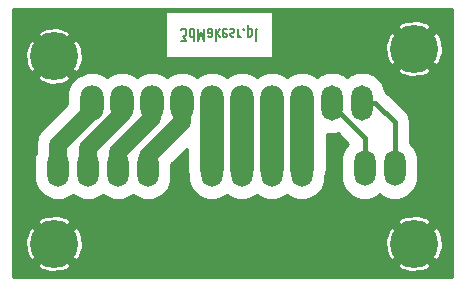
<source format=gbl>
G04 (created by PCBNEW-RS274X (2011-07-08 BZR 3044)-stable) date 2012-09-13 22:14:24*
G01*
G70*
G90*
%MOIN*%
G04 Gerber Fmt 3.4, Leading zero omitted, Abs format*
%FSLAX34Y34*%
G04 APERTURE LIST*
%ADD10C,0.006000*%
%ADD11C,0.007400*%
%ADD12C,0.160000*%
%ADD13O,0.078700X0.118100*%
%ADD14O,0.070900X0.118100*%
%ADD15O,0.070900X0.118700*%
%ADD16C,0.059100*%
%ADD17C,0.078700*%
%ADD18C,0.015700*%
%ADD19C,0.010000*%
G04 APERTURE END LIST*
G54D10*
G54D11*
X41228Y-29985D02*
X41411Y-29985D01*
X41312Y-29834D01*
X41355Y-29834D01*
X41383Y-29816D01*
X41397Y-29797D01*
X41411Y-29759D01*
X41411Y-29666D01*
X41397Y-29628D01*
X41383Y-29609D01*
X41355Y-29591D01*
X41270Y-29591D01*
X41242Y-29609D01*
X41228Y-29628D01*
X41664Y-29591D02*
X41664Y-29985D01*
X41664Y-29609D02*
X41636Y-29591D01*
X41579Y-29591D01*
X41551Y-29609D01*
X41537Y-29628D01*
X41523Y-29666D01*
X41523Y-29778D01*
X41537Y-29816D01*
X41551Y-29834D01*
X41579Y-29853D01*
X41636Y-29853D01*
X41664Y-29834D01*
X41804Y-29591D02*
X41804Y-29985D01*
X41903Y-29703D01*
X42001Y-29985D01*
X42001Y-29591D01*
X42268Y-29591D02*
X42268Y-29797D01*
X42254Y-29834D01*
X42226Y-29853D01*
X42169Y-29853D01*
X42141Y-29834D01*
X42268Y-29609D02*
X42240Y-29591D01*
X42169Y-29591D01*
X42141Y-29609D01*
X42127Y-29647D01*
X42127Y-29684D01*
X42141Y-29722D01*
X42169Y-29741D01*
X42240Y-29741D01*
X42268Y-29759D01*
X42408Y-29591D02*
X42408Y-29985D01*
X42436Y-29741D02*
X42521Y-29591D01*
X42521Y-29853D02*
X42408Y-29703D01*
X42760Y-29609D02*
X42732Y-29591D01*
X42675Y-29591D01*
X42647Y-29609D01*
X42633Y-29647D01*
X42633Y-29797D01*
X42647Y-29834D01*
X42675Y-29853D01*
X42732Y-29853D01*
X42760Y-29834D01*
X42774Y-29797D01*
X42774Y-29759D01*
X42633Y-29722D01*
X42886Y-29609D02*
X42914Y-29591D01*
X42970Y-29591D01*
X42999Y-29609D01*
X43013Y-29647D01*
X43013Y-29666D01*
X42999Y-29703D01*
X42970Y-29722D01*
X42928Y-29722D01*
X42900Y-29741D01*
X42886Y-29778D01*
X42886Y-29797D01*
X42900Y-29834D01*
X42928Y-29853D01*
X42970Y-29853D01*
X42999Y-29834D01*
X43139Y-29591D02*
X43139Y-29853D01*
X43139Y-29778D02*
X43153Y-29816D01*
X43167Y-29834D01*
X43195Y-29853D01*
X43224Y-29853D01*
X43322Y-29628D02*
X43336Y-29609D01*
X43322Y-29591D01*
X43308Y-29609D01*
X43322Y-29628D01*
X43322Y-29591D01*
X43462Y-29853D02*
X43462Y-29459D01*
X43462Y-29834D02*
X43490Y-29853D01*
X43547Y-29853D01*
X43575Y-29834D01*
X43589Y-29816D01*
X43603Y-29778D01*
X43603Y-29666D01*
X43589Y-29628D01*
X43575Y-29609D01*
X43547Y-29591D01*
X43490Y-29591D01*
X43462Y-29609D01*
X43771Y-29591D02*
X43743Y-29609D01*
X43729Y-29647D01*
X43729Y-29985D01*
G54D12*
X49000Y-36750D03*
X37000Y-30500D03*
X37000Y-36750D03*
X49000Y-30250D03*
G54D13*
X38264Y-32064D03*
X39264Y-32064D03*
X40264Y-32064D03*
X41264Y-32064D03*
X42264Y-32064D03*
X43264Y-32064D03*
X44264Y-32064D03*
X45264Y-32064D03*
G54D14*
X46264Y-32064D03*
X47264Y-32064D03*
G54D15*
X37132Y-34260D03*
X38132Y-34260D03*
X39132Y-34260D03*
X40132Y-34260D03*
X42262Y-34260D03*
X43262Y-34260D03*
X44262Y-34260D03*
X45262Y-34260D03*
X47354Y-34249D03*
X48354Y-34249D03*
G54D16*
X37132Y-33450D02*
X37132Y-34260D01*
X38264Y-32318D02*
X37132Y-33450D01*
X38264Y-32064D02*
X38264Y-32318D01*
X38132Y-33560D02*
X38132Y-34260D01*
X39264Y-32428D02*
X38132Y-33560D01*
X39264Y-32064D02*
X39264Y-32428D01*
X40264Y-32064D02*
X40264Y-32568D01*
X39132Y-33700D02*
X39132Y-34260D01*
X40264Y-32568D02*
X39132Y-33700D01*
X40132Y-33840D02*
X40132Y-34260D01*
X41264Y-32708D02*
X40132Y-33840D01*
X41264Y-32064D02*
X41264Y-32708D01*
G54D17*
X42264Y-34258D02*
X42262Y-34260D01*
X42264Y-32064D02*
X42264Y-34258D01*
X43264Y-34258D02*
X43262Y-34260D01*
X43264Y-32064D02*
X43264Y-34258D01*
X44264Y-34258D02*
X44262Y-34260D01*
X44264Y-32064D02*
X44264Y-34258D01*
X45262Y-34260D02*
X45262Y-32066D01*
X45262Y-32066D02*
X45264Y-32064D01*
G54D18*
X46264Y-32064D02*
X46264Y-32144D01*
X47354Y-33234D02*
X47354Y-34249D01*
X46264Y-32144D02*
X47354Y-33234D01*
X47264Y-32064D02*
X47704Y-32064D01*
X48354Y-32714D02*
X48354Y-34249D01*
X47704Y-32064D02*
X48354Y-32714D01*
G54D10*
G36*
X50268Y-37857D02*
X49960Y-37857D01*
X49960Y-36870D01*
X49960Y-30370D01*
X49933Y-29994D01*
X49841Y-29771D01*
X49725Y-29676D01*
X49574Y-29827D01*
X49574Y-29525D01*
X49479Y-29409D01*
X49120Y-29290D01*
X48744Y-29317D01*
X48521Y-29409D01*
X48426Y-29525D01*
X49000Y-30099D01*
X49574Y-29525D01*
X49574Y-29827D01*
X49151Y-30250D01*
X49725Y-30824D01*
X49841Y-30729D01*
X49960Y-30370D01*
X49960Y-36870D01*
X49933Y-36494D01*
X49841Y-36271D01*
X49725Y-36176D01*
X49574Y-36327D01*
X49574Y-36025D01*
X49574Y-30975D01*
X49000Y-30401D01*
X48849Y-30552D01*
X48849Y-30250D01*
X48275Y-29676D01*
X48159Y-29771D01*
X48040Y-30130D01*
X48067Y-30506D01*
X48159Y-30729D01*
X48275Y-30824D01*
X48849Y-30250D01*
X48849Y-30552D01*
X48426Y-30975D01*
X48521Y-31091D01*
X48880Y-31210D01*
X49256Y-31183D01*
X49479Y-31091D01*
X49574Y-30975D01*
X49574Y-36025D01*
X49479Y-35909D01*
X49137Y-35795D01*
X49137Y-34664D01*
X49137Y-34353D01*
X49137Y-33835D01*
X49018Y-33547D01*
X48876Y-33405D01*
X48876Y-32714D01*
X48836Y-32514D01*
X48723Y-32345D01*
X48073Y-31695D01*
X48047Y-31677D01*
X48047Y-31653D01*
X47928Y-31365D01*
X47708Y-31145D01*
X47420Y-31025D01*
X47109Y-31025D01*
X46821Y-31144D01*
X46764Y-31201D01*
X46708Y-31145D01*
X46420Y-31025D01*
X46109Y-31025D01*
X45821Y-31144D01*
X45771Y-31193D01*
X45729Y-31151D01*
X45428Y-31026D01*
X45101Y-31026D01*
X44799Y-31151D01*
X44764Y-31186D01*
X44729Y-31151D01*
X44428Y-31026D01*
X44295Y-31026D01*
X44295Y-30580D01*
X44295Y-28993D01*
X40705Y-28993D01*
X40705Y-30580D01*
X44295Y-30580D01*
X44295Y-31026D01*
X44101Y-31026D01*
X43799Y-31151D01*
X43764Y-31186D01*
X43729Y-31151D01*
X43428Y-31026D01*
X43101Y-31026D01*
X42799Y-31151D01*
X42764Y-31186D01*
X42729Y-31151D01*
X42428Y-31026D01*
X42101Y-31026D01*
X41799Y-31151D01*
X41764Y-31186D01*
X41729Y-31151D01*
X41428Y-31026D01*
X41101Y-31026D01*
X40799Y-31151D01*
X40764Y-31186D01*
X40729Y-31151D01*
X40428Y-31026D01*
X40101Y-31026D01*
X39799Y-31151D01*
X39764Y-31186D01*
X39729Y-31151D01*
X39428Y-31026D01*
X39101Y-31026D01*
X38799Y-31151D01*
X38764Y-31186D01*
X38729Y-31151D01*
X38428Y-31026D01*
X38101Y-31026D01*
X37960Y-31084D01*
X37960Y-30620D01*
X37933Y-30244D01*
X37841Y-30021D01*
X37725Y-29926D01*
X37574Y-30077D01*
X37574Y-29775D01*
X37479Y-29659D01*
X37120Y-29540D01*
X36744Y-29567D01*
X36521Y-29659D01*
X36426Y-29775D01*
X37000Y-30349D01*
X37574Y-29775D01*
X37574Y-30077D01*
X37151Y-30500D01*
X37725Y-31074D01*
X37841Y-30979D01*
X37960Y-30620D01*
X37960Y-31084D01*
X37799Y-31151D01*
X37574Y-31376D01*
X37574Y-31225D01*
X37000Y-30651D01*
X36849Y-30802D01*
X36849Y-30500D01*
X36275Y-29926D01*
X36159Y-30021D01*
X36040Y-30380D01*
X36067Y-30756D01*
X36159Y-30979D01*
X36275Y-31074D01*
X36849Y-30500D01*
X36849Y-30802D01*
X36426Y-31225D01*
X36521Y-31341D01*
X36880Y-31460D01*
X37256Y-31433D01*
X37479Y-31341D01*
X37574Y-31225D01*
X37574Y-31376D01*
X37568Y-31382D01*
X37443Y-31683D01*
X37443Y-32010D01*
X37443Y-32093D01*
X36609Y-32927D01*
X36449Y-33167D01*
X36392Y-33450D01*
X36393Y-33454D01*
X36393Y-33739D01*
X36349Y-33845D01*
X36349Y-34156D01*
X36349Y-34674D01*
X36468Y-34962D01*
X36688Y-35182D01*
X36976Y-35302D01*
X37287Y-35302D01*
X37575Y-35183D01*
X37632Y-35126D01*
X37688Y-35182D01*
X37976Y-35302D01*
X38287Y-35302D01*
X38575Y-35183D01*
X38632Y-35126D01*
X38688Y-35182D01*
X38976Y-35302D01*
X39287Y-35302D01*
X39575Y-35183D01*
X39632Y-35126D01*
X39688Y-35182D01*
X39976Y-35302D01*
X40287Y-35302D01*
X40575Y-35183D01*
X40795Y-34963D01*
X40915Y-34675D01*
X40915Y-34364D01*
X40915Y-34102D01*
X41427Y-33590D01*
X41427Y-34250D01*
X41425Y-34260D01*
X41479Y-34530D01*
X41479Y-34674D01*
X41598Y-34962D01*
X41818Y-35182D01*
X42106Y-35302D01*
X42417Y-35302D01*
X42705Y-35183D01*
X42762Y-35126D01*
X42818Y-35182D01*
X43106Y-35302D01*
X43417Y-35302D01*
X43705Y-35183D01*
X43762Y-35126D01*
X43818Y-35182D01*
X44106Y-35302D01*
X44417Y-35302D01*
X44705Y-35183D01*
X44762Y-35126D01*
X44818Y-35182D01*
X45106Y-35302D01*
X45417Y-35302D01*
X45705Y-35183D01*
X45925Y-34963D01*
X46045Y-34675D01*
X46045Y-34530D01*
X46099Y-34260D01*
X46099Y-33099D01*
X46108Y-33103D01*
X46419Y-33103D01*
X46465Y-33083D01*
X46809Y-33427D01*
X46691Y-33546D01*
X46571Y-33834D01*
X46571Y-34145D01*
X46571Y-34663D01*
X46690Y-34951D01*
X46910Y-35171D01*
X47198Y-35291D01*
X47509Y-35291D01*
X47797Y-35172D01*
X47854Y-35115D01*
X47910Y-35171D01*
X48198Y-35291D01*
X48509Y-35291D01*
X48797Y-35172D01*
X49017Y-34952D01*
X49137Y-34664D01*
X49137Y-35795D01*
X49120Y-35790D01*
X48744Y-35817D01*
X48521Y-35909D01*
X48426Y-36025D01*
X49000Y-36599D01*
X49574Y-36025D01*
X49574Y-36327D01*
X49151Y-36750D01*
X49725Y-37324D01*
X49841Y-37229D01*
X49960Y-36870D01*
X49960Y-37857D01*
X49574Y-37857D01*
X49574Y-37475D01*
X49000Y-36901D01*
X48849Y-37052D01*
X48849Y-36750D01*
X48275Y-36176D01*
X48159Y-36271D01*
X48040Y-36630D01*
X48067Y-37006D01*
X48159Y-37229D01*
X48275Y-37324D01*
X48849Y-36750D01*
X48849Y-37052D01*
X48426Y-37475D01*
X48521Y-37591D01*
X48880Y-37710D01*
X49256Y-37683D01*
X49479Y-37591D01*
X49574Y-37475D01*
X49574Y-37857D01*
X37960Y-37857D01*
X37960Y-36870D01*
X37933Y-36494D01*
X37841Y-36271D01*
X37725Y-36176D01*
X37574Y-36327D01*
X37574Y-36025D01*
X37479Y-35909D01*
X37120Y-35790D01*
X36744Y-35817D01*
X36521Y-35909D01*
X36426Y-36025D01*
X37000Y-36599D01*
X37574Y-36025D01*
X37574Y-36327D01*
X37151Y-36750D01*
X37725Y-37324D01*
X37841Y-37229D01*
X37960Y-36870D01*
X37960Y-37857D01*
X37574Y-37857D01*
X37574Y-37475D01*
X37000Y-36901D01*
X36849Y-37052D01*
X36849Y-36750D01*
X36275Y-36176D01*
X36159Y-36271D01*
X36040Y-36630D01*
X36067Y-37006D01*
X36159Y-37229D01*
X36275Y-37324D01*
X36849Y-36750D01*
X36849Y-37052D01*
X36426Y-37475D01*
X36521Y-37591D01*
X36880Y-37710D01*
X37256Y-37683D01*
X37479Y-37591D01*
X37574Y-37475D01*
X37574Y-37857D01*
X35622Y-37857D01*
X35632Y-28917D01*
X50258Y-28917D01*
X50268Y-37857D01*
X50268Y-37857D01*
G37*
G54D19*
X50268Y-37857D02*
X49960Y-37857D01*
X49960Y-36870D01*
X49960Y-30370D01*
X49933Y-29994D01*
X49841Y-29771D01*
X49725Y-29676D01*
X49574Y-29827D01*
X49574Y-29525D01*
X49479Y-29409D01*
X49120Y-29290D01*
X48744Y-29317D01*
X48521Y-29409D01*
X48426Y-29525D01*
X49000Y-30099D01*
X49574Y-29525D01*
X49574Y-29827D01*
X49151Y-30250D01*
X49725Y-30824D01*
X49841Y-30729D01*
X49960Y-30370D01*
X49960Y-36870D01*
X49933Y-36494D01*
X49841Y-36271D01*
X49725Y-36176D01*
X49574Y-36327D01*
X49574Y-36025D01*
X49574Y-30975D01*
X49000Y-30401D01*
X48849Y-30552D01*
X48849Y-30250D01*
X48275Y-29676D01*
X48159Y-29771D01*
X48040Y-30130D01*
X48067Y-30506D01*
X48159Y-30729D01*
X48275Y-30824D01*
X48849Y-30250D01*
X48849Y-30552D01*
X48426Y-30975D01*
X48521Y-31091D01*
X48880Y-31210D01*
X49256Y-31183D01*
X49479Y-31091D01*
X49574Y-30975D01*
X49574Y-36025D01*
X49479Y-35909D01*
X49137Y-35795D01*
X49137Y-34664D01*
X49137Y-34353D01*
X49137Y-33835D01*
X49018Y-33547D01*
X48876Y-33405D01*
X48876Y-32714D01*
X48836Y-32514D01*
X48723Y-32345D01*
X48073Y-31695D01*
X48047Y-31677D01*
X48047Y-31653D01*
X47928Y-31365D01*
X47708Y-31145D01*
X47420Y-31025D01*
X47109Y-31025D01*
X46821Y-31144D01*
X46764Y-31201D01*
X46708Y-31145D01*
X46420Y-31025D01*
X46109Y-31025D01*
X45821Y-31144D01*
X45771Y-31193D01*
X45729Y-31151D01*
X45428Y-31026D01*
X45101Y-31026D01*
X44799Y-31151D01*
X44764Y-31186D01*
X44729Y-31151D01*
X44428Y-31026D01*
X44295Y-31026D01*
X44295Y-30580D01*
X44295Y-28993D01*
X40705Y-28993D01*
X40705Y-30580D01*
X44295Y-30580D01*
X44295Y-31026D01*
X44101Y-31026D01*
X43799Y-31151D01*
X43764Y-31186D01*
X43729Y-31151D01*
X43428Y-31026D01*
X43101Y-31026D01*
X42799Y-31151D01*
X42764Y-31186D01*
X42729Y-31151D01*
X42428Y-31026D01*
X42101Y-31026D01*
X41799Y-31151D01*
X41764Y-31186D01*
X41729Y-31151D01*
X41428Y-31026D01*
X41101Y-31026D01*
X40799Y-31151D01*
X40764Y-31186D01*
X40729Y-31151D01*
X40428Y-31026D01*
X40101Y-31026D01*
X39799Y-31151D01*
X39764Y-31186D01*
X39729Y-31151D01*
X39428Y-31026D01*
X39101Y-31026D01*
X38799Y-31151D01*
X38764Y-31186D01*
X38729Y-31151D01*
X38428Y-31026D01*
X38101Y-31026D01*
X37960Y-31084D01*
X37960Y-30620D01*
X37933Y-30244D01*
X37841Y-30021D01*
X37725Y-29926D01*
X37574Y-30077D01*
X37574Y-29775D01*
X37479Y-29659D01*
X37120Y-29540D01*
X36744Y-29567D01*
X36521Y-29659D01*
X36426Y-29775D01*
X37000Y-30349D01*
X37574Y-29775D01*
X37574Y-30077D01*
X37151Y-30500D01*
X37725Y-31074D01*
X37841Y-30979D01*
X37960Y-30620D01*
X37960Y-31084D01*
X37799Y-31151D01*
X37574Y-31376D01*
X37574Y-31225D01*
X37000Y-30651D01*
X36849Y-30802D01*
X36849Y-30500D01*
X36275Y-29926D01*
X36159Y-30021D01*
X36040Y-30380D01*
X36067Y-30756D01*
X36159Y-30979D01*
X36275Y-31074D01*
X36849Y-30500D01*
X36849Y-30802D01*
X36426Y-31225D01*
X36521Y-31341D01*
X36880Y-31460D01*
X37256Y-31433D01*
X37479Y-31341D01*
X37574Y-31225D01*
X37574Y-31376D01*
X37568Y-31382D01*
X37443Y-31683D01*
X37443Y-32010D01*
X37443Y-32093D01*
X36609Y-32927D01*
X36449Y-33167D01*
X36392Y-33450D01*
X36393Y-33454D01*
X36393Y-33739D01*
X36349Y-33845D01*
X36349Y-34156D01*
X36349Y-34674D01*
X36468Y-34962D01*
X36688Y-35182D01*
X36976Y-35302D01*
X37287Y-35302D01*
X37575Y-35183D01*
X37632Y-35126D01*
X37688Y-35182D01*
X37976Y-35302D01*
X38287Y-35302D01*
X38575Y-35183D01*
X38632Y-35126D01*
X38688Y-35182D01*
X38976Y-35302D01*
X39287Y-35302D01*
X39575Y-35183D01*
X39632Y-35126D01*
X39688Y-35182D01*
X39976Y-35302D01*
X40287Y-35302D01*
X40575Y-35183D01*
X40795Y-34963D01*
X40915Y-34675D01*
X40915Y-34364D01*
X40915Y-34102D01*
X41427Y-33590D01*
X41427Y-34250D01*
X41425Y-34260D01*
X41479Y-34530D01*
X41479Y-34674D01*
X41598Y-34962D01*
X41818Y-35182D01*
X42106Y-35302D01*
X42417Y-35302D01*
X42705Y-35183D01*
X42762Y-35126D01*
X42818Y-35182D01*
X43106Y-35302D01*
X43417Y-35302D01*
X43705Y-35183D01*
X43762Y-35126D01*
X43818Y-35182D01*
X44106Y-35302D01*
X44417Y-35302D01*
X44705Y-35183D01*
X44762Y-35126D01*
X44818Y-35182D01*
X45106Y-35302D01*
X45417Y-35302D01*
X45705Y-35183D01*
X45925Y-34963D01*
X46045Y-34675D01*
X46045Y-34530D01*
X46099Y-34260D01*
X46099Y-33099D01*
X46108Y-33103D01*
X46419Y-33103D01*
X46465Y-33083D01*
X46809Y-33427D01*
X46691Y-33546D01*
X46571Y-33834D01*
X46571Y-34145D01*
X46571Y-34663D01*
X46690Y-34951D01*
X46910Y-35171D01*
X47198Y-35291D01*
X47509Y-35291D01*
X47797Y-35172D01*
X47854Y-35115D01*
X47910Y-35171D01*
X48198Y-35291D01*
X48509Y-35291D01*
X48797Y-35172D01*
X49017Y-34952D01*
X49137Y-34664D01*
X49137Y-35795D01*
X49120Y-35790D01*
X48744Y-35817D01*
X48521Y-35909D01*
X48426Y-36025D01*
X49000Y-36599D01*
X49574Y-36025D01*
X49574Y-36327D01*
X49151Y-36750D01*
X49725Y-37324D01*
X49841Y-37229D01*
X49960Y-36870D01*
X49960Y-37857D01*
X49574Y-37857D01*
X49574Y-37475D01*
X49000Y-36901D01*
X48849Y-37052D01*
X48849Y-36750D01*
X48275Y-36176D01*
X48159Y-36271D01*
X48040Y-36630D01*
X48067Y-37006D01*
X48159Y-37229D01*
X48275Y-37324D01*
X48849Y-36750D01*
X48849Y-37052D01*
X48426Y-37475D01*
X48521Y-37591D01*
X48880Y-37710D01*
X49256Y-37683D01*
X49479Y-37591D01*
X49574Y-37475D01*
X49574Y-37857D01*
X37960Y-37857D01*
X37960Y-36870D01*
X37933Y-36494D01*
X37841Y-36271D01*
X37725Y-36176D01*
X37574Y-36327D01*
X37574Y-36025D01*
X37479Y-35909D01*
X37120Y-35790D01*
X36744Y-35817D01*
X36521Y-35909D01*
X36426Y-36025D01*
X37000Y-36599D01*
X37574Y-36025D01*
X37574Y-36327D01*
X37151Y-36750D01*
X37725Y-37324D01*
X37841Y-37229D01*
X37960Y-36870D01*
X37960Y-37857D01*
X37574Y-37857D01*
X37574Y-37475D01*
X37000Y-36901D01*
X36849Y-37052D01*
X36849Y-36750D01*
X36275Y-36176D01*
X36159Y-36271D01*
X36040Y-36630D01*
X36067Y-37006D01*
X36159Y-37229D01*
X36275Y-37324D01*
X36849Y-36750D01*
X36849Y-37052D01*
X36426Y-37475D01*
X36521Y-37591D01*
X36880Y-37710D01*
X37256Y-37683D01*
X37479Y-37591D01*
X37574Y-37475D01*
X37574Y-37857D01*
X35622Y-37857D01*
X35632Y-28917D01*
X50258Y-28917D01*
X50268Y-37857D01*
M02*

</source>
